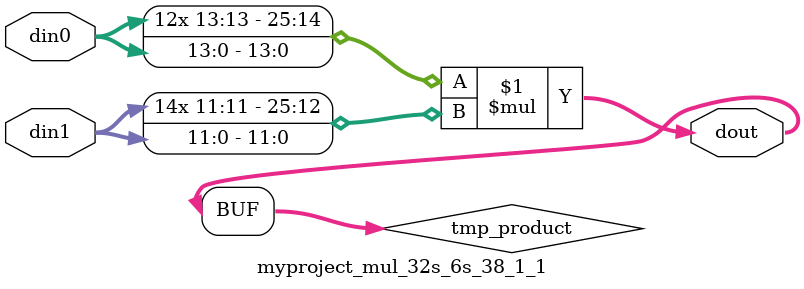
<source format=v>

`timescale 1 ns / 1 ps

  module myproject_mul_32s_6s_38_1_1(din0, din1, dout);
parameter ID = 1;
parameter NUM_STAGE = 0;
parameter din0_WIDTH = 14;
parameter din1_WIDTH = 12;
parameter dout_WIDTH = 26;

input [din0_WIDTH - 1 : 0] din0; 
input [din1_WIDTH - 1 : 0] din1; 
output [dout_WIDTH - 1 : 0] dout;

wire signed [dout_WIDTH - 1 : 0] tmp_product;













assign tmp_product = $signed(din0) * $signed(din1);








assign dout = tmp_product;







endmodule

</source>
